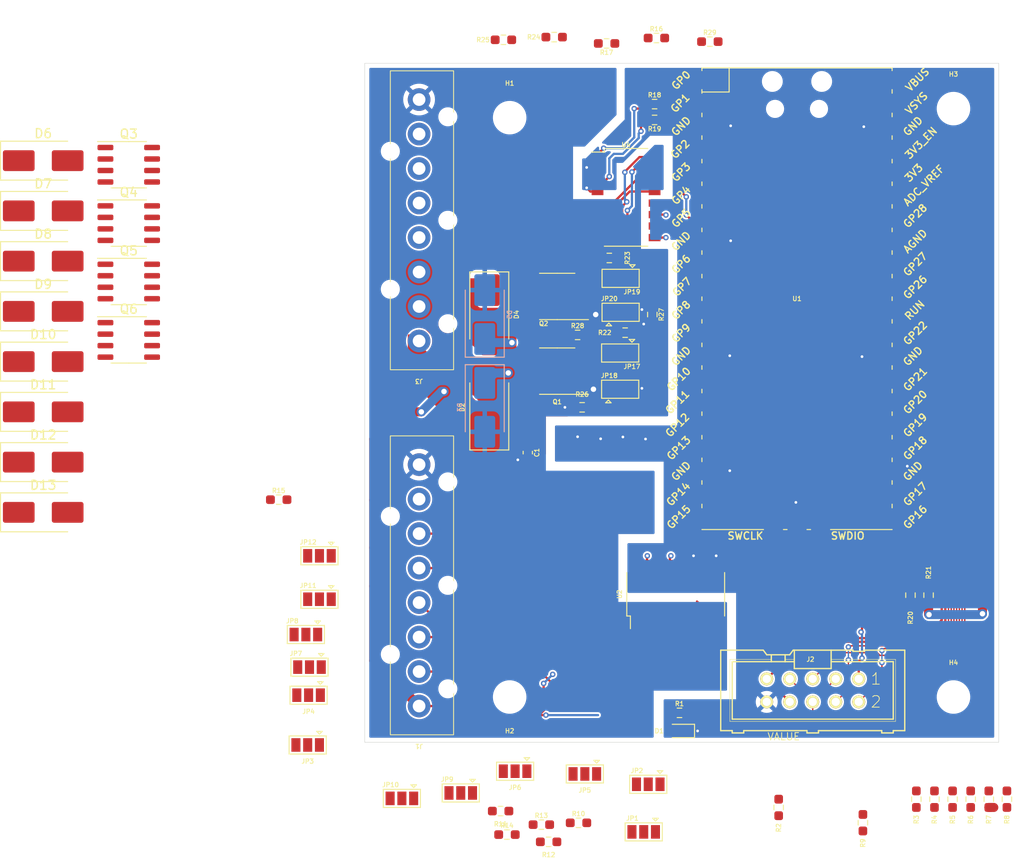
<source format=kicad_pcb>
(kicad_pcb (version 20221018) (generator pcbnew)
  (layers (0 "F.Cu" signal) (31 "B.Cu" signal) (34 "B.Paste" user) (35 "F.Paste" user) (36 "B.SilkS" user "B.Silkscreen") (37 "F.SilkS" user "F.Silkscreen") (38 "B.Mask" user) (39 "F.Mask" user) (44 "Edge.Cuts" user))
  (net 0 "")
  (net 1 "+24V")
  (net 2 "GNDA")
  (net 3 "GND")
  (net 4 "Net-(D1-A)")
  (net 5 "OUT1")
  (net 6 "OUT2")
  (net 7 "IN1")
  (net 8 "IN2")
  (net 9 "OUT3")
  (net 10 "OUT4")
  (net 11 "OUT5")
  (net 12 "OUT6")
  (net 13 "+3V3")
  (net 14 "SPI_CS")
  (net 15 "SPI_MOSI")
  (net 16 "SPI_MISO")
  (net 17 "SPI_CLK")
  (net 18 "I2C_SCL")
  (net 19 "I2C_SDA")
  (net 20 "UART_RX")
  (net 21 "UART_TX")
  (net 22 "unconnected-(J1-Pin_4-Pad4)")
  (net 23 "unconnected-(J1-Pin_5-Pad5)")
  (net 24 "unconnected-(J1-Pin_6-Pad6)")
  (net 26 "Net-(JP1-C)")
  (net 27 "Net-(JP2-C)")
  (net 28 "Net-(JP3-C)")
  (net 29 "Net-(JP4-C)")
  (net 30 "Net-(JP5-C)")
  (net 31 "Net-(JP6-C)")
  (net 32 "Net-(JP7-C)")
  (net 33 "Net-(JP8-C)")
  (net 34 "Net-(JP9-C)")
  (net 35 "Net-(JP10-C)")
  (net 36 "Net-(JP11-C)")
  (net 37 "Net-(JP12-C)")
  (net 38 "Net-(JP1-B)")
  (net 39 "Net-(JP2-A)")
  (net 40 "Net-(JP3-B)")
  (net 41 "Net-(JP4-A)")
  (net 42 "Net-(JP17-C)")
  (net 43 "Net-(JP17-B)")
  (net 44 "Net-(JP18-A)")
  (net 45 "Net-(JP18-C)")
  (net 46 "Net-(JP19-C)")
  (net 47 "Net-(JP19-B)")
  (net 48 "Net-(JP20-A)")
  (net 49 "Net-(JP20-C)")
  (net 50 "Net-(JP5-B)")
  (net 51 "Net-(JP6-A)")
  (net 52 "Net-(JP7-B)")
  (net 53 "Net-(JP8-A)")
  (net 54 "O_LED")
  (net 55 "S_IN1")
  (net 56 "S_IN2")
  (net 57 "S_OUT3")
  (net 58 "Net-(R2-Pad2)")
  (net 59 "S_OUT4")
  (net 60 "Net-(R3-Pad2)")
  (net 61 "Net-(R4-Pad1)")
  (net 62 "Net-(R5-Pad1)")
  (net 63 "S_OUT5")
  (net 64 "Net-(R10-Pad2)")
  (net 65 "Net-(R12-Pad1)")
  (net 66 "Net-(R13-Pad1)")
  (net 67 "S_OUT6")
  (net 68 "Net-(R11-Pad2)")
  (net 69 "unconnected-(U1-GPIO10-Pad14)")
  (net 70 "unconnected-(U1-GPIO11-Pad15)")
  (net 71 "S_OUT1")
  (net 72 "Net-(R18-Pad2)")
  (net 73 "S_OUT2")
  (net 74 "Net-(R19-Pad2)")
  (net 76 "unconnected-(U1-GPIO13-Pad17)")
  (net 77 "Net-(R22-Pad1)")
  (net 78 "Net-(R23-Pad1)")
  (net 79 "Net-(R24-Pad1)")
  (net 80 "Net-(R25-Pad1)")
  (footprint "Resistor_SMD:R_0603_1608Metric_Pad0.98x0.95mm_HandSolder" (layer "F.Cu") (at 168.9 144.2875 90)
    (fp_text reference "R3")
    (fp_text value "470")
  )
  (footprint "Diode_SMD:D_SMB_Handsoldering" (layer "F.Cu") (at 72.5 112.6)
    (fp_text reference "D13")
    (fp_text value "MBRS240")
  )
  (footprint "Resistor_SMD:R_0603_1608Metric_Pad0.98x0.95mm_HandSolder" (layer "F.Cu") (at 136.75 92.75 180)
    (fp_text reference "R22")
    (fp_text value "47k")
  )
  (footprint "Diode_SMD:D_SMB_Handsoldering" (layer "F.Cu") (at 72.5 84.85)
    (fp_text reference "D8")
    (fp_text value "MBRS240")
  )
  (footprint "Resistor_SMD:R_0603_1608Metric_Pad0.98x0.95mm_HandSolder" (layer "F.Cu") (at 132 101)
    (fp_text reference "R26")
    (fp_text value "47k")
  )
  (footprint "MountingHole:MountingHole_3.2mm_M3_DIN965" (layer "F.Cu") (at 173 133)
    (fp_text reference "H4")
    (fp_text value "MountingHole")
  )
  (footprint "con-harting-ml:con-harting-ml-ML10" (layer "F.Cu") (at 157.46 132.27 180)
    (fp_text reference "J2")
    (fp_text value "Conn_02x05_Odd_Even" hide)
  )
  (footprint "Diode_SMD:D_SMB_Handsoldering" (layer "F.Cu") (at 72.5 107.05)
    (fp_text reference "D12")
    (fp_text value "MBRS240")
  )
  (footprint "Resistor_SMD:R_0603_1608Metric_Pad0.98x0.95mm_HandSolder" (layer "F.Cu") (at 142.75 134.75)
    (fp_text reference "R1")
    (fp_text value "470")
  )
  (footprint "Jumper:SolderJumper-3_P1.3mm_Open_Pad1.0x1.5mm" (layer "F.Cu") (at 138.8 147.9 180)
    (fp_text reference "JP1")
    (fp_text value "SolderJumper_3_Open")
  )
  (footprint "Resistor_SMD:R_0603_1608Metric_Pad0.98x0.95mm_HandSolder" (layer "F.Cu") (at 170.9 144.2875 90)
    (fp_text reference "R4")
    (fp_text value "47k")
  )
  (footprint "Package_SO:SO-8_3.9x4.9mm_P1.27mm" (layer "F.Cu") (at 129.25 97 180)
    (fp_text reference "Q1")
    (fp_text value "IRF7343")
  )
  (footprint "Resistor_SMD:R_0603_1608Metric_Pad0.98x0.95mm_HandSolder" (layer "F.Cu") (at 98.5 111.2 180)
    (fp_text reference "R15")
    (fp_text value "47k")
  )
  (footprint "Resistor_SMD:R_0603_1608Metric_Pad0.98x0.95mm_HandSolder" (layer "F.Cu") (at 140.2 60.2 180)
    (fp_text reference "R16")
    (fp_text value "47k")
  )
  (footprint "Package_SO:SO-8_3.9x4.9mm_P1.27mm" (layer "F.Cu") (at 129.25 88.75 180)
    (fp_text reference "Q2")
    (fp_text value "IRF7343")
  )
  (footprint "MountingHole:MountingHole_3.2mm_M3_DIN965" (layer "F.Cu") (at 124 69)
    (fp_text reference "H1")
    (fp_text value "MountingHole")
  )
  (footprint "Package_SO:SOP-16_4.4x10.4mm_P1.27mm" (layer "F.Cu") (at 142.33 121.65 90)
    (fp_text reference "U2")
    (fp_text value "LTV-247")
  )
  (footprint "Resistor_SMD:R_0603_1608Metric_Pad0.98x0.95mm_HandSolder" (layer "F.Cu") (at 139.75 90.75 90)
    (fp_text reference "R27")
    (fp_text value "47k")
  )
  (footprint "Diode_SMD:D_SMB_Handsoldering" (layer "F.Cu") (at 72.5 90.4)
    (fp_text reference "D9")
    (fp_text value "MBRS240")
  )
  (footprint "Resistor_SMD:R_0603_1608Metric_Pad0.98x0.95mm_HandSolder" (layer "F.Cu") (at 128.9125 60.1 180)
    (fp_text reference "R24")
    (fp_text value "4k7")
  )
  (footprint "Jumper:SolderJumper-3_P1.3mm_Open_Pad1.0x1.5mm" (layer "F.Cu") (at 101.5 126.1 180)
    (fp_text reference "JP8")
    (fp_text value "SolderJumper_3_Open")
  )
  (footprint "Resistor_SMD:R_0603_1608Metric_Pad0.98x0.95mm_HandSolder" (layer "F.Cu") (at 123.3125 60.4 180)
    (fp_text reference "R25")
    (fp_text value "4k7")
  )
  (footprint "Resistor_SMD:R_0603_1608Metric_Pad0.98x0.95mm_HandSolder" (layer "F.Cu") (at 134.7 60.8 180)
    (fp_text reference "R17")
    (fp_text value "47k")
  )
  (footprint "Resistor_SMD:R_0603_1608Metric_Pad0.98x0.95mm_HandSolder" (layer "F.Cu") (at 135 84.5)
    (fp_text reference "R23")
    (fp_text value "47k")
  )
  (footprint "Resistor_SMD:R_0603_1608Metric_Pad0.98x0.95mm_HandSolder" (layer "F.Cu") (at 172.9 144.2875 90)
    (fp_text reference "R5")
    (fp_text value "47k")
  )
  (footprint "Diode_SMD:D_SMB_Handsoldering" (layer "F.Cu") (at 121.75 101 90)
    (fp_text reference "D2")
    (fp_text value "MBRS240")
  )
  (footprint "Diode_SMD:D_SMB_Handsoldering" (layer "F.Cu") (at 72.5 95.95)
    (fp_text reference "D10")
    (fp_text value "MBRS240")
  )
  (footprint "Package_SO:SO-8_3.9x4.9mm_P1.27mm" (layer "F.Cu") (at 81.945 87.1)
    (fp_text reference "Q5")
    (fp_text value "IRF7343")
  )
  (footprint "Jumper:SolderJumper-3_P1.3mm_Open_Pad1.0x1.5mm" (layer "F.Cu") (at 136.2 99)
    (fp_text reference "JP18")
    (fp_text value "SolderJumper_3_Open")
  )
  (footprint "Resistor_SMD:R_0603_1608Metric_Pad0.98x0.95mm_HandSolder" (layer "F.Cu") (at 140 67.5 180)
    (fp_text reference "R18")
    (fp_text value "470")
  )
  (footprint "cc_con-lst:LSA-IDC381-8" (layer "F.Cu") (at 114 93.67 180)
    (fp_text reference "J3")
    (fp_text value "Conn_01x08")
  )
  (footprint "Resistor_SMD:R_0603_1608Metric_Pad0.98x0.95mm_HandSolder" (layer "F.Cu") (at 123.7 148.2 180)
    (fp_text reference "R14")
    (fp_text value "47k")
  )
  (footprint "Diode_SMD:D_SMB_Handsoldering" (layer "F.Cu") (at 72.5 79.3)
    (fp_text reference "D7")
    (fp_text value "MBRS240")
  )
  (footprint "Resistor_SMD:R_0603_1608Metric_Pad0.98x0.95mm_HandSolder" (layer "F.Cu") (at 123 145.6 180)
    (fp_text reference "R11")
    (fp_text value "470")
  )
  (footprint "Package_SO:SO-8_3.9x4.9mm_P1.27mm" (layer "F.Cu") (at 81.945 74.2)
    (fp_text reference "Q3")
    (fp_text value "IRF7343")
  )
  (footprint "MountingHole:MountingHole_3.2mm_M3_DIN965" (layer "F.Cu") (at 124 133)
    (fp_text reference "H2")
    (fp_text value "MountingHole")
  )
  (footprint "Resistor_SMD:R_0603_1608Metric_Pad0.98x0.95mm_HandSolder" (layer "F.Cu") (at 153.7 145.2 90)
    (fp_text reference "R2")
    (fp_text value "470")
  )
  (footprint "Resistor_SMD:R_0603_1608Metric_Pad0.98x0.95mm_HandSolder" (layer "F.Cu") (at 178.9 144.2875 90)
    (fp_text reference "R8")
    (fp_text value "47k")
  )
  (footprint "Diode_SMD:D_SMB_Handsoldering" (layer "F.Cu") (at 72.5 101.5)
    (fp_text reference "D11")
    (fp_text value "MBRS240")
  )
  (footprint "Jumper:SolderJumper-3_P1.3mm_Open_Pad1.0x1.5mm" (layer "F.Cu") (at 132.3 141.5 180)
    (fp_text reference "JP5")
    (fp_text value "SolderJumper_3_Open")
  )
  (footprint "Jumper:SolderJumper-3_P1.3mm_Open_Pad1.0x1.5mm" (layer "F.Cu") (at 136.25 86.75 180)
    (fp_text reference "JP19")
    (fp_text value "SolderJumper_3_Open")
  )
  (footprint "LED_SMD:LED_0603_1608Metric_Pad1.05x0.95mm_HandSolder" (layer "F.Cu") (at 142.75 136.75 180)
    (fp_text reference "D1")
    (fp_text value "LED")
  )
  (footprint "Resistor_SMD:R_0603_1608Metric_Pad0.98x0.95mm_HandSolder" (layer "F.Cu") (at 131.6 146.9 180)
    (fp_text reference "R10")
    (fp_text value "470")
  )
  (footprint "Resistor_SMD:R_0603_1608Metric_Pad0.98x0.95mm_HandSolder" (layer "F.Cu") (at 163 146.8875 90)
    (fp_text reference "R9")
    (fp_text value "47k")
  )
  (footprint "Resistor_SMD:R_0603_1608Metric_Pad0.98x0.95mm_HandSolder" (layer "F.Cu") (at 168.25 121.75 90)
    (fp_text reference "R20")
    (fp_text value "10k")
  )
  (footprint "Capacitor_SMD:C_0603_1608Metric_Pad1.08x0.95mm_HandSolder" (layer "F.Cu") (at 126 106 -90)
    (fp_text reference "C1")
    (fp_text value "100n/50V")
  )
  (footprint "Diode_SMD:D_SMB_Handsoldering" (layer "F.Cu") (at 72.5 73.75)
    (fp_text reference "D6")
    (fp_text value "MBRS240")
  )
  (footprint "cc_con-lst:LSA-IDC381-8" (layer "F.Cu") (at 114 134 180)
    (fp_text reference "J1")
    (fp_text value "Conn_01x08")
  )
  (footprint "MountingHole:MountingHole_3.2mm_M3_DIN965" (layer "F.Cu") (at 173 68)
    (fp_text reference "H3")
    (fp_text value "MountingHole")
  )
  (footprint "Jumper:SolderJumper-3_P1.3mm_Open_Pad1.0x1.5mm" (layer "F.Cu") (at 101.7 138.3 180)
    (fp_text reference "JP3")
    (fp_text value "SolderJumper_3_Open")
  )
  (footprint "Package_SO:SOP-16_4.4x10.4mm_P1.27mm" (layer "F.Cu") (at 136.85 77.8)
    (fp_text reference "U4")
    (fp_text value "LTV-247")
  )
  (footprint "Resistor_SMD:R_0603_1608Metric_Pad0.98x0.95mm_HandSolder" (layer "F.Cu") (at 127.5 147.1 180)
    (fp_text reference "R13")
    (fp_text value "47k")
  )
  (footprint "Jumper:SolderJumper-3_P1.3mm_Open_Pad1.0x1.5mm" (layer "F.Cu") (at 136.25 90.5)
    (fp_text reference "JP20")
    (fp_text value "SolderJumper_3_Open")
  )
  (footprint "Package_SO:SO-8_3.9x4.9mm_P1.27mm" (layer "F.Cu") (at 81.945 80.65)
    (fp_text reference "Q4")
    (fp_text value "IRF7343")
  )
  (footprint "Resistor_SMD:R_0603_1608Metric_Pad0.98x0.95mm_HandSolder" (layer "F.Cu") (at 140 69.25 180)
    (fp_text reference "R19")
    (fp_text value "470")
  )
  (footprint "Jumper:SolderJumper-3_P1.3mm_Open_Pad1.0x1.5mm" (layer "F.Cu") (at 101.8 132.8 180)
    (fp_text reference "JP4")
    (fp_text value "SolderJumper_3_Open")
  )
  (footprint "Package_SO:SO-8_3.9x4.9mm_P1.27mm" (layer "F.Cu") (at 81.945 93.55)
    (fp_text reference "Q6")
    (fp_text value "IRF7343")
  )
  (footprint "Resistor_SMD:R_0603_1608Metric_Pad0.98x0.95mm_HandSolder" (layer "F.Cu") (at 128.3 149 180)
    (fp_text reference "R12")
    (fp_text value "47k")
  )
  (footprint "Jumper:SolderJumper-3_P1.3mm_Open_Pad1.0x1.5mm" (layer "F.Cu") (at 103 117.4 180)
    (fp_text reference "JP12")
    (fp_text value "SolderJumper_3_Open")
  )
  (footprint "Jumper:SolderJumper-3_P1.3mm_Open_Pad1.0x1.5mm" (layer "F.Cu") (at 101.9 129.7 180)
    (fp_text reference "JP7")
    (fp_text value "SolderJumper_3_Open")
  )
  (footprint "Resistor_SMD:R_0603_1608Metric_Pad0.98x0.95mm_HandSolder" (layer "F.Cu") (at 174.9 144.2875 90)
    (fp_text reference "R6")
    (fp_text value "47k")
  )
  (footprint "Jumper:SolderJumper-3_P1.3mm_Open_Pad1.0x1.5mm" (layer "F.Cu") (at 118.6 143.6 180)
    (fp_text reference "JP9")
    (fp_text value "SolderJumper_3_Open")
  )
  (footprint "Resistor_SMD:R_0603_1608Metric_Pad0.98x0.95mm_HandSolder" (layer "F.Cu") (at 170.25 121.75 90)
    (fp_text reference "R21")
    (fp_text value "10k")
  )
  (footprint "Jumper:SolderJumper-3_P1.3mm_Open_Pad1.0x1.5mm" (layer "F.Cu") (at 136.2 95 180)
    (fp_text reference "JP17")
    (fp_text value "SolderJumper_3_Open")
  )
  (footprint "Jumper:SolderJumper-3_P1.3mm_Open_Pad1.0x1.5mm" (layer "F.Cu") (at 139.3 142.6425 180)
    (fp_text reference "JP2")
    (fp_text value "SolderJumper_3_Open")
  )
  (footprint "Jumper:SolderJumper-3_P1.3mm_Open_Pad1.0x1.5mm" (layer "F.Cu") (at 124.6 141.2 180)
    (fp_text reference "JP6")
    (fp_text value "SolderJumper_3_Open")
  )
  (footprint "Resistor_SMD:R_0603_1608Metric_Pad0.98x0.95mm_HandSolder" (layer "F.Cu") (at 131.5 93 180)
    (fp_text reference "R28")
    (fp_text value "47k")
  )
  (footprint "Jumper:SolderJumper-3_P1.3mm_Open_Pad1.0x1.5mm" (layer "F.Cu") (at 103 122.2 180)
    (fp_text reference "JP11")
    (fp_text value "SolderJumper_3_Open")
  )
  (footprint "Diode_SMD:D_SMB_Handsoldering" (layer "F.Cu") (at 121.75 90.75 -90)
    (fp_text reference "D4")
    (fp_text value "MBRS240")
  )
  (footprint "Resistor_SMD:R_0603_1608Metric_Pad0.98x0.95mm_HandSolder" (layer "F.Cu") (at 146.1 60.6 180)
    (fp_text reference "R29")
    (fp_text value "47k")
  )
  (footprint "rpi-pico:RPi_Pico_SMDonly" (layer "F.Cu") (at 155.725 89)
    (fp_text reference "U1")
    (fp_text value "Pico")
  )
  (footprint "Resistor_SMD:R_0603_1608Metric_Pad0.98x0.95mm_HandSolder" (layer "F.Cu") (at 176.9 144.2875 90)
    (fp_text reference "R7")
    (fp_text value "47k")
  )
  (footprint "Jumper:SolderJumper-3_P1.3mm_Open_Pad1.0x1.5mm" (layer "F.Cu") (at 112.1 144.2 180)
    (fp_text reference "JP10")
    (fp_text value "SolderJumper_3_Open")
  )
  (footprint "Diode_SMD:D_SMB_Handsoldering" (layer "B.Cu") (at 121.25 101 -90)
    (fp_text reference "D3")
    (fp_text value "MBRS240")
  )
  (footprint "Diode_SMD:D_SMB_Handsoldering" (layer "B.Cu") (at 121.25 90.75 90)
    (fp_text reference "D5")
    (fp_text value "MBRS240")
  )
  (gr_line (start 108 138) (end 108 63) (stroke (width 0.05)) (layer "Edge.Cuts"))
  (gr_line (start 108 63) (end 178 63) (stroke (width 0.05)) (layer "Edge.Cuts"))
  (gr_line (start 178 138) (end 108 138) (stroke (width 0.05)) (layer "Edge.Cuts"))
  (gr_line (start 178 63) (end 178 138) (stroke (width 0.05)) (layer "Edge.Cuts"))
  (segment (start 121.75 103.25) (end 121.75 103.7) (width 1) (layer "F.Cu") (net 1))
  (segment (start 122 122.75) (end 117 122.75) (width 0.25) (layer "F.Cu") (net 1))
  (segment (start 117 122.75) (end 115 120.75) (width 0.25) (layer "F.Cu") (net 1))
  (segment (start 109 129) (end 109 120.75) (width 1) (layer "F.Cu") (net 1))
  (segment (start 128 135) (end 127.5 135) (width 0.25) (layer "F.Cu") (net 1))
  (segment (start 122.3 129.5) (end 116.75 129.5) (width 0.25) (layer "F.Cu") (net 1))
  (segment (start 131.825 88.115) (end 136.685 88.115) (width 0.25) (layer "F.Cu") (net 1))
  (segment (start 115.25 116.5) (end 115 116.75) (width 0.25) (layer "F.Cu") (net 1))
  (segment (start 117.25 98.75) (end 121.75 103.25) (width 1) (layer "F.Cu") (net 1))
  (segment (start 125.75 136.5) (end 119 136.5) (width 0.25) (layer "F.Cu") (net 1))
  (segment (start 115.75 128.5) (end 113 128.5) (width 0.25) (layer "F.Cu") (net 1))
  (segment (start 131.825 96.365) (end 137.135 96.365) (width 0.25) (layer "F.Cu") (net 1))
  (segment (start 110.75 130.75) (end 109 129) (width 1) (layer "F.Cu") (net 1))
  (segment (start 113 128.5) (end 110.75 130.75) (width 0.25) (layer "F.Cu") (net 1))
  (segment (start 109 116.5) (end 109 111.25) (width 1) (layer "F.Cu") (net 1))
  (segment (start 109 120.75) (end 109 116.5) (width 1) (layer "F.Cu") (net 1))
  (segment (start 116.5 134) (end 114 134) (width 0.25) (layer "F.Cu") (net 1))
  (segment (start 114 134) (end 110.75 130.75) (width 1) (layer "F.Cu") (net 1))
  (segment (start 127.5 135) (end 127.375 134.875) (width 0.25) (layer "F.Cu") (net 1))
  (segment (start 136.685 88.115) (end 137.55 87.25) (width 0.25) (layer "F.Cu") (net 1))
  (segment (start 112 101.5) (end 114.25 101.5) (width 1) (layer "F.Cu") (net 1))
  (segment (start 127.375 134.875) (end 125.75 136.5) (width 0.25) (layer "F.Cu") (net 1))
  (segment (start 114 95.5) (end 117.25 98.75) (width 1) (layer "F.Cu") (net 1))
  (segment (start 119 136.5) (end 116.5 134) (width 0.25) (layer "F.Cu") (net 1))
  (segment (start 115 116.75) (end 109.25 116.75) (width 0.25) (layer "F.Cu") (net 1))
  (segment (start 117.25 98.75) (end 116.75 99.25) (width 1) (layer "F.Cu") (net 1))
  (segment (start 122.8 129) (end 122.3 129.5) (width 0.25) (layer "F.Cu") (net 1))
  (segment (start 122.8 128) (end 122.8 129) (width 0.25) (layer "F.Cu") (net 1))
  (segment (start 137.5 96) (end 137.5 95) (width 0.25) (layer "F.Cu") (net 1))
  (segment (start 116.75 129.5) (end 115.75 128.5) (width 0.25) (layer "F.Cu") (net 1))
  (segment (start 137.135 96.365) (end 137.5 96) (width 0.25) (layer "F.Cu") (net 1))
  (segment (start 109 111.25) (end 109 104.5) (width 1) (layer "F.Cu") (net 1))
  (segment (start 115 120.75) (end 109 120.75) (width 0.25) (layer "F.Cu") (net 1))
  (segment (start 109.25 116.75) (end 109 116.5) (width 0.25) (layer "F.Cu") (net 1))
  (segment (start 137.55 87.25) (end 137.55 86.75) (width 0.25) (layer "F.Cu") (net 1))
  (segment (start 127.75 134.5) (end 127.375 134.875) (width 0.25) (layer "F.Cu") (net 1))
  (segment (start 114 93.67) (end 114 95.5) (width 1) (layer "F.Cu") (net 1))
  (segment (start 127.75 131.5) (end 127.75 134.5) (width 0.25) (layer "F.Cu") (net 1))
  (segment (start 109 104.5) (end 112 101.5) (width 1) (layer "F.Cu") (net 1))
  (via (at 127.75 131.5) (size 0.6) (drill 0.3) (layers "F.Cu" "B.Cu") (net 1))
  (via (at 116.75 99.25) (size 1) (drill 0.6) (layers "F.Cu" "B.Cu") (net 1))
  (via (at 128.75 130.5) (size 0.6) (drill 0.3) (layers "F.Cu" "B.Cu") (net 1))
  (via (at 128 135) (size 0.6) (drill 0.3) (layers "F.Cu" "B.Cu") (net 1))
  (via (at 114.25 101.5) (size 1) (drill 0.6) (layers "F.Cu" "B.Cu") (net 1))
  (segment (start 116.5 99.25) (end 114.25 101.5) (width 1) (layer "B.Cu") (net 1))
  (segment (start 128.75 130.5) (end 127.75 131.5) (width 0.25) (layer "B.Cu") (net 1))
  (segment (start 133.75 135) (end 128 135) (width 0.25) (layer "B.Cu") (net 1))
  (segment (start 116.75 99.25) (end 116.5 99.25) (width 1) (layer "B.Cu") (net 1))
  (segment (start 137.5 99) (end 138.5 99) (width 0.25) (layer "F.Cu") (net 2))
  (segment (start 131.0875 101) (end 130.1 101) (width 0.25) (layer "F.Cu") (net 2))
  (segment (start 126 106.8625) (end 124.9625 106.8625) (width 0.25) (layer "F.Cu") (net 2))
  (segment (start 139.75 91.6625) (end 138.9375 91.6625) (width 0.25) (layer "F.Cu") (net 2))
  (segment (start 176.9 145.2) (end 177.45 145.2) (width 1) (layer "F.Cu") (net 2))
  (segment (start 133.155 98.905) (end 133.25 99) (width 1) (layer "F.Cu") (net 2))
  (segment (start 138.3 90.5) (end 138.6 90.2) (width 0.25) (layer "F.Cu") (net 2))
  (segment (start 137.55 90.5) (end 138.3 90.5) (width 0.25) (layer "F.Cu") (net 2))
  (segment (start 138.9375 91.6625) (end 138.8 91.8) (width 0.25) (layer "F.Cu") (net 2))
  (segment (start 138.5 99) (end 138.6 98.9) (width 0.25) (layer "F.Cu") (net 2))
  (segment (start 131.825 90.655) (end 133.405 90.655) (width 1) (layer "F.Cu") (net 2))
  (segment (start 124.9625 106.8625) (end 124.9 106.8) (width 0.25) (layer "F.Cu") (net 2))
  (segment (start 133.405 90.655) (end 133.5 90.75) (width 1) (layer "F.Cu") (net 2))
  (segment (start 131.825 98.905) (end 133.155 98.905) (width 1) (layer "F.Cu") (net 2))
  (segment (start 177.45 145.2) (end 177.55 145.3) (width 0.25) (layer "F.Cu") (net 2))
  (via (at 133.5 90.75) (size 1) (drill 0.6) (layers "F.Cu" "B.Cu") (net 2))
  (via (at 133.25 99) (size 1) (drill 0.6) (layers "F.Cu" "B.Cu") (net 2))
  (via (at 124.9 106.8) (size 0.6) (drill 0.3) (layers "F.Cu" "B.Cu") (net 2))
  (via (at 138.6 90.2) (size 0.6) (drill 0.3) (layers "F.Cu" "B.Cu") (net 2))
  (via (at 138.6 98.9) (size 0.6) (drill 0.3) (layers "F.Cu" "B.Cu") (net 2))
  (via (at 138.8 91.8) (size 0.6) (drill 0.3) (layers "F.Cu" "B.Cu") (net 2))
  (via (at 130.1 101) (size 0.6) (drill 0.3) (layers "F.Cu" "B.Cu") (net 2))
  (segment (start 138.95 104.55) (end 139 104.5) (width 0.25) (layer "F.Cu") (net 3))
  (segment (start 133.86 105.35) (end 133.86 104.658528) (width 0.25) (layer "F.Cu") (net 3))
  (segment (start 146.835 82.65) (end 148.35 82.65) (width 0.25) (layer "F.Cu") (net 3))
  (segment (start 136.41 104.3645) (end 136.5 104.2745) (width 0.25) (layer "F.Cu") (net 3))
  (segment (start 133.7 74.63) (end 132.63 74.63) (width 0.25) (layer "F.Cu") (net 3))
  (segment (start 164.615 95.35) (end 162.95 95.35) (width 0.25) (layer "F.Cu") (net 3))
  (segment (start 155.725 111.625) (end 155.6 111.5) (width 0.25) (layer "F.Cu") (net 3))
  (segment (start 146.78 117.42) (end 146.8 117.4) (width 0.25) (layer "F.Cu") (net 3))
  (segment (start 148.35 82.65) (end 148.4 82.6) (width 0.25) (layer "F.Cu") (net 3))
  (segment (start 131.33 104.42) (end 131.5 104.25) (width 0.25) (layer "F.Cu") (net 3))
  (segment (start 162.95 95.35) (end 162.9 95.4) (width 0.25) (layer "F.Cu") (net 3))
  (segment (start 131.33 105.35) (end 131.33 104.42) (width 0.25) (layer "F.Cu") (net 3))
  (segment (start 146.835 108.05) (end 148.25 108.05) (width 0.25) (layer "F.Cu") (net 3))
  (segment (start 143.625 136.75) (end 144.75 136.75) (width 0.15) (layer "F.Cu") (net 3))
  (segment (start 136.41 105.35) (end 136.41 104.3645) (width 0.25) (layer "F.Cu") (net 3))
  (segment (start 132.91 77.16) (end 132.5 76.75) (width 0.25) (layer "F.Cu") (net 3))
  (segment (start 146.78 118.5) (end 146.78 117.42) (width 0.25) (layer "F.Cu") (net 3))
  (segment (start 163.15 69.95) (end 163.1 70) (width 0.25) (layer "F.Cu") (net 3))
  (segment (start 148.25 108.05) (end 148.3 108) (width 0.25) (layer "F.Cu") (net 3))
  (segment (start 148.25 95.35) (end 148.3 95.3) (width 0.25) (layer "F.Cu") (net 3))
  (segment (start 144.24 117.46) (end 144.3 117.4) (width 0.25) (layer "F.Cu") (net 3))
  (segment (start 155.725 112.9) (end 155.725 111.625) (width 0.25) (layer "F.Cu") (net 3))
  (segment (start 167.35 108.05) (end 167.9 107.5) (width 0.25) (layer "F.Cu") (net 3))
  (segment (start 133.7 77.16) (end 132.91 77.16) (width 0.25) (layer "F.Cu") (net 3))
  (segment (start 146.835 95.35) (end 148.25 95.35) (width 0.25) (layer "F.Cu") (net 3))
  (segment (start 148.35 69.95) (end 148.4 69.9) (width 0.25) (layer "F.Cu") (net 3))
  (segment (start 132.63 74.63) (end 132.5 74.5) (width 0.25) (layer "F.Cu") (net 3))
  (segment (start 146.835 69.95) (end 148.35 69.95) (width 0.25) (layer "F.Cu") (net 3))
  (segment (start 164.615 108.05) (end 167.35 108.05) (width 0.25) (layer "F.Cu") (net 3))
  (segment (start 138.95 105.35) (end 138.95 104.55) (width 0.25) (layer "F.Cu") (net 3))
  (segment (start 133.86 104.658528) (end 134.044028 104.4745) (width 0.25) (layer "F.Cu") (net 3))
  (segment (start 164.615 69.95) (end 163.15 69.95) (width 0.25) (layer "F.Cu") (net 3))
  (segment (start 144.24 118.5) (end 144.24 117.46) (width 0.25) (layer "F.Cu") (net 3))
  (via (at 132.5 76.75) (size 0.6) (drill 0.3) (layers "F.Cu" "B.Cu") (net 3))
  (via (at 148.4 82.6) (size 0.6) (drill 0.3) (layers "F.Cu" "B.Cu") (net 3))
  (via (at 155.6 111.5) (size 0.6) (drill 0.3) (layers "F.Cu" "B.Cu") (net 3))
  (via (at 148.3 108) (size 0.6) (drill 0.3) (layers "F.Cu" "B.Cu") (net 3))
  (via (at 146.8 117.4) (size 0.6) (drill 0.3) (layers "F.Cu" "B.Cu") (net 3))
  (via (at 131.5 104.25) (size 0.6) (drill 0.3) (layers "F.Cu" "B.Cu") (net 3))
  (via (at 139 104.5) (size 0.6) (drill 0.3) (layers "F.Cu" "B.Cu") (net 3))
  (via (at 162.9 95.4) (size 0.6) (drill 0.3) (layers "F.Cu" "B.Cu") (net 3))
  (via (at 148.4 69.9) (size 0.6) (drill 0.3) (layers "F.Cu" "B.Cu") (net 3))
  (via (at 132.5 74.5) (size 0.6) (drill 0.3) (layers "F.Cu" "B.Cu") (net 3))
  (via (at 163.1 70) (size 0.6) (drill 0.3) (layers "F.Cu" "B.Cu") (net 3))
  (via (at 167.9 107.5) (size 0.6) (drill 0.3) (layers "F.Cu" "B.Cu") (net 3))
  (via (at 144.75 136.75) (size 0.6) (drill 0.3) (layers "F.Cu" "B.Cu") (net 3))
  (via (at 134.044028 104.4745) (size 0.6) (drill 0.3) (layers "F.Cu" "B.Cu") (net 3))
  (via (at 136.5 104.2745) (size 0.6) (drill 0.3) (layers "F.Cu" "B.Cu") (net 3))
  (via (at 148.3 95.3) (size 0.6) (drill 0.3) (layers "F.Cu" "B.Cu") (net 3))
  (via (at 144.3 117.4) (size 0.6) (drill 0.3) (layers "F.Cu" "B.Cu") (net 3))
  (segment (start 141.8375 136.7125) (end 141.875 136.75) (width 0.15) (layer "F.Cu") (net 4))
  (segment (start 141.8375 134.75) (end 141.8375 136.7125) (width 0.15) (layer "F.Cu") (net 4))
  (segment (start 122.75 98.3) (end 123.85 97.2) (width 1) (layer "F.Cu") (net 5))
  (segment (start 126.675 97.635) (end 126.675 98.905) (width 1) (layer "F.Cu") (net 5))
  (segment (start 114 89.86) (end 114 90.982994) (width 1) (layer "F.Cu") (net 5))
  (segment (start 126.675 96.365) (end 126.675 97.635) (width 1) (layer "F.Cu") (net 5))
  (segment (start 122.355 98.905) (end 121.75 98.3) (width 1) (layer "F.Cu") (net 5))
  (segment (start 114 90.982994) (end 121.317006 98.3) (width 1) (layer "F.Cu") (net 5))
  (segment (start 121.317006 98.3) (end 121.75 98.3) (width 1) (layer "F.Cu") (net 5))
  (segment (start 126.675 98.905) (end 122.355 98.905) (width 1) (layer "F.Cu") (net 5))
  (segment (start 121.75 98.3) (end 122.75 98.3) (width 1) (layer "F.Cu") (net 5))
  (segment (start 126.675 95.095) (end 126.675 96.365) (width 1) (layer "F.Cu") (net 5))
  (via (at 123.85 97.2) (size 1) (drill 0.6) (layers "F.Cu" "B.Cu") (net 5))
  (segment (start 123.85 97.2) (end 122.35 97.2) (width 1) (layer "B.Cu") (net 5))
  (segment (start 122.35 97.2) (end 121.25 98.3) (width 1) (layer "B.Cu") (net 5))
  (segment (start 126.675 88.115) (end 126.675 89.385) (width 1) (layer "F.Cu") (net 6))
  (segment (start 121.75 93.45) (end 123.85 93.45) (width 1) (layer "F.Cu") (net 6))
  (segment (start 123.85 93.45) (end 124.25 93.85) (width 1) (layer "F.Cu") (net 6))
  (segment (start 121.4 93.45) (end 121.75 93.45) (width 1) (layer "F.Cu") (net 6))
  (segment (start 126.675 89.385) (end 126.675 90.655) (width 1) (layer "F.Cu") (net 6))
  (segment (start 126.675 86.845) (end 126.675 88.115) (width 1) (layer "F.Cu") (net 6))
  (segment (start 114 86.05) (end 121.4 93.45) (width 1) (layer "F.Cu") (net 6))
  (segment (start 126.675 90.655) (end 124.545 90.655) (width 1) (layer "F.Cu") (net 6))
  (segment (start 124.545 90.655) (end 121.75 93.45) (width 1) (layer "F.Cu") (net 6))
  (via (at 124.25 93.85) (size 1) (drill 0.6) (layers "F.Cu" "B.Cu") (net 6))
  (segment (start 124.25 93.85) (end 121.65 93.85) (width 1) (layer "B.Cu") (net 6))
  (segment (start 121.65 93.85) (end 121.25 93.45) (width 1) (layer "B.Cu") (net 6))
  (segment (start 114 130.19) (end 127.39 130.19) (width 0.25) (layer "F.Cu") (net 7))
  (segment (start 127.39 130.19) (end 129.7 132.5) (width 0.25) (layer "F.Cu") (net 7))
  (segment (start 114 126.38) (end 118.82 126.38) (width 0.25) (layer "F.Cu") (net 8))
  (segment (start 120.2 125) (end 120.2 128) (width 0.25) (layer "F.Cu") (net 8))
  (segment (start 118.82 126.38) (end 120.2 125) (width 0.25) (layer "F.Cu") (net 8))
  (segment (start 176.2 113.1) (end 175.7 112.6) (width 1) (layer "F.Cu") (net 13))
  (segment (start 170.25 123.85) (end 170.3 123.9) (width 1) (layer "F.Cu") (net 13))
  (segment (start 162.9 125.719245) (end 162.793745 125.8255) (width 0.25) (layer "F.Cu") (net 13))
  (segment (start 172.33 75.03) (end 164.615 75.03) (width 1) (layer "F.Cu") (net 13))
  (segment (start 162.54 129.06) (end 162.9 128.7) (width 0.25) (layer "F.Cu") (net 13))
  (segment (start 162.9 122.7625) (end 162.9 125.719245) (width 0.25) (layer "F.Cu") (net 13))
  (segment (start 170.25 122.6625) (end 170.25 123.85) (width 1) (layer "F.Cu") (net 13))
  (segment (start 162.54 131) (end 162.54 129.06) (width 0.25) (layer "F.Cu") (net 13))
  (segment (start 175.7 78.4) (end 172.33 75.03) (width 1) (layer "F.Cu") (net 13))
  (segment (start 175.7 112.6) (end 175.7 78.4) (width 1) (layer "F.Cu") (net 13))
  (segment (start 176.2 123.8) (end 176.2 113.1) (width 1) (layer "F.Cu") (net 13))
  (via (at 176.2 123.8) (size 1) (drill 0.6) (layers "F.Cu" "B.Cu") (net 13))
  (via (at 170.3 123.9) (size 1) (drill 0.6) (layers "F.Cu" "B.Cu") (net 13))
  (via (at 162.793745 125.8255) (size 0.6) (drill 0.3) (layers "F.Cu" "B.Cu") (net 13))
  (via (at 162.9 128.7) (size 0.6) (drill 0.3) (layers "F.Cu" "B.Cu") (net 13))
  (segment (start 176.1 123.9) (end 176.2 123.8) (width 1) (layer "B.Cu") (net 13))
  (segment (start 162.9 128.7) (end 162.9 125.931755) (width 0.25) (layer "B.Cu") (net 13))
  (segment (start 170.3 123.9) (end 176.1 123.9) (width 1) (layer "B.Cu") (net 13))
  (segment (start 162.9 125.931755) (end 162.793745 125.8255) (width 0.25) (layer "B.Cu") (net 13))
  (segment (start 170.034304 127.648503) (end 165.324999 127.648503) (width 0.15) (layer "F.Cu") (net 14))
  (segment (start 164.615 110.59) (end 171.49 110.59) (width 0.15) (layer "F.Cu") (net 14))
  (segment (start 172.7 111.8) (end 172.7 116.682173) (width 0.15) (layer "F.Cu") (net 14))
  (segment (start 171.49 110.59) (end 172.7 111.8) (width 0.15) (layer "F.Cu") (net 14))
  (segment (start 165.1 129.2) (end 165.1 130.98) (width 0.15) (layer "F.Cu") (net 14))
  (segment (start 165.324999 127.648503) (end 165.1 127.873502) (width 0.15) (layer "F.Cu") (net 14))
  (segment (start 165.1 130.98) (end 162.54 133.54) (width 0.15) (layer "F.Cu") (net 14))
  (segment (start 172.749003 116.731177) (end 172.749003 124.933804) (width 0.15) (layer "F.Cu") (net 14))
  (segment (start 172.7 116.682173) (end 172.749003 116.731177) (width 0.15) (layer "F.Cu") (net 14))
  (segment (start 172.749003 124.933804) (end 170.034304 127.648503) (width 0.15) (layer "F.Cu") (net 14))
  (via (at 165.1 127.873502) (size 0.6) (drill 0.3) (layers "F.Cu" "B.Cu") (net 14))
  (via (at 165.1 129.2) (size 0.6) (drill 0.3) (layers "F.Cu" "B.Cu") (net 14))
  (segment (start 165.1 129.2) (end 165.1 127.873502) (width 0.15) (layer "B.Cu") (net 14))
  (segment (start 173.348007 116.483067) (end 173.348007 126.551993) (width 0.15) (layer "F.Cu") (net 15))
  (segment (start 164.615 102.97) (end 172.77 102.97) (width 0.15) (layer "F.Cu") (net 15))
  (segment (start 173.3 103.5) (end 173.3 116.435059) (width 0.15) (layer "F.Cu") (net 15))
  (segment (start 164.4 135.5) (end 159.6 135.5) (width 0.15) (layer "F.Cu") (net 15))
  (segment (start 172.77 102.97) (end 173.3 103.5) (width 0.15) (layer "F.Cu") (net 15))
  (segment (start 173.3 116.435059) (end 173.348007 116.483067) (width 0.15) (layer "F.Cu") (net 15))
  (segment (start 158.9 134.8) (end 158.9 132.1) (width 0.15) (layer "F.Cu") (net 15))
  (segment (start 173.348007 126.551993) (end 164.4 135.5) (width 0.15) (layer "F.Cu") (net 15))
  (segment (start 159.6 135.5) (end 158.9 134.8) (width 0.15) (layer "F.Cu") (net 15))
  (segment (start 158.9 132.1) (end 160 131) (width 0.15) (layer "F.Cu") (net 15))
  (segment (start 161.4 132.14) (end 160 133.54) (width 0.15) (layer "F.Cu") (net 16))
  (segment (start 169.910247 127.349002) (end 161.524999 127.349002) (width 0.15) (layer "F.Cu") (net 16))
  (segment (start 172.449501 124.809749) (end 169.910247 127.349002) (width 0.15) (layer "F.Cu") (net 16))
  (segment (start 168.724269 113.13) (end 172.449501 116.855232) (width 0.15) (layer "F.Cu") (net 16))
  (segment (start 164.615 113.13) (end 168.724269 113.13) (width 0.15) (layer "F.Cu") (net 16))
  (segment (start 172.449501 116.855232) (end 172.449501 124.809749) (width 0.15) (layer "F.Cu") (net 16))
  (segment (start 161.4 128.9) (end 161.4 132.14) (width 0.15) (layer "F.Cu") (net 16))
  (segment (start 161.524999 127.349002) (end 161.4 127.474001) (width 0.15) (layer "F.Cu") (net 16))
  (via (at 161.4 127.474001) (size 0.6) (drill 0.3) (layers "F.Cu" "B.Cu") (net 16))
  (via (at 161.4 128.9) (size 0.6) (drill 0.3) (layers "F.Cu" "B.Cu") (net 16))
  (segment (start 161.4 128.9) (end 161.4 127.474001) (width 0.15) (layer "B.Cu") (net 16))
  (segment (start 172.11 105.51) (end 173 106.4) (width 0.15) (layer "F.Cu") (net 17))
  (segment (start 170.701998 128.398002) (end 164.882744 128.398002) (width 0.15) (layer "F.Cu") (net 17))
  (segment (start 164.615 105.51) (end 172.11 105.51) (width 0.15) (layer "F.Cu") (net 17))
  (segment (start 164.882744 128.398002) (end 164.584742 128.1) (width 0.15) (layer "F.Cu") (net 17))
  (segment (start 173.048505 126.051495) (end 170.701998 128.398002) (width 0.15) (layer "F.Cu") (net 17))
  (segment (start 173 116.558616) (end 173.048505 116.607122) (width 0.15) (layer "F.Cu") (net 17))
  (segment (start 164.584742 128.1) (end 160.36 128.1) (width 0.15) (layer "F.Cu") (net 17))
  (segment (start 173 106.4) (end 173 116.558616) (width 0.15) (layer "F.Cu") (net 17))
  (segment (start 160.36 128.1) (end 157.46 131) (width 0.15) (layer "F.Cu") (net 17))
  (segment (start 173.048505 116.607122) (end 173.048505 126.051495) (width 0.15) (layer "F.Cu") (net 17))
  (segment (start 157.46 134.545788) (end 157.46 133.54) (width 0.15) (layer "F.Cu") (net 18))
  (segment (start 173.947011 116.234957) (end 173.947011 126.800105) (width 0.15) (layer "F.Cu") (net 18))
  (segment (start 173.899002 116.186947) (end 173.947011 116.234957) (width 0.15) (layer "F.Cu") (net 18))
  (segment (start 164.548114 136.199002) (end 159.113214 136.199002) (width 0.15) (layer "F.Cu") (net 18))
  (segment (start 159.113214 136.199002) (end 157.46 134.545788) (width 0.15) (layer "F.Cu") (net 18))
  (segment (start 171.69 97.89) (end 173.899002 100.099002) (width 0.15) (layer "F.Cu") (net 18))
  (segment (start 164.615 97.89) (end 171.69 97.89) (width 0.15) (layer "F.Cu") (net 18))
  (segment (start 173.899002 100.099002) (end 173.899002 116.186947) (width 0.15) (layer "F.Cu") (net 18))
  (segment (start 173.947011 126.800105) (end 164.548114 136.199002) (width 0.15) (layer "F.Cu") (net 18))
  (segment (start 164.615 100.43) (end 172.23 100.43) (width 0.15) (layer "F.Cu") (net 19))
  (segment (start 156.32 132.4) (end 154.92 131) (width 0.15) (layer "F.Cu") (net 19))
  (segment (start 158.600499 134.924057) (end 158.600499 132.800499) (width 0.15) (layer "F.Cu") (net 19))
  (segment (start 173.599501 116.311003) (end 173.647509 116.359012) (width 0.15) (layer "F.Cu") (net 19))
  (segment (start 158.2 132.4) (end 156.32 132.4) (width 0.15) (layer "F.Cu") (net 19))
  (segment (start 158.600499 132.800499) (end 158.2 132.4) (width 0.15) (layer "F.Cu") (net 19))
  (segment (start 164.524057 135.799501) (end 159.475943 135.799501) (width 0.15) (layer "F.Cu") (net 19))
  (segment (start 172.23 100.43) (end 173.599501 101.799501) (width 0.15) (layer "F.Cu") (net 19))
  (segment (start 173.647509 126.676049) (end 164.524057 135.799501) (width 0.15) (layer "F.Cu") (net 19))
  (segment (start 173.647509 116.359012) (end 173.647509 126.676049) (width 0.15) (layer "F.Cu") (net 19))
  (segment (start 159.475943 135.799501) (end 158.600499 134.924057) (width 0.15) (layer "F.Cu") (net 19))
  (segment (start 173.599501 101.799501) (end 173.599501 116.311003) (width 0.15) (layer "F.Cu") (net 19))
  (segment (start 151.3 132.1) (end 153.48 132.1) (width 0.25) (layer "F.Cu") (net 20))
  (segment (start 171.7 124.5) (end 169.7 126.5) (width 0.25) (layer "F.Cu") (net 20))
  (segment (start 164.2 115.8) (end 170.3 115.8) (width 0.25) (layer "F.Cu") (net 20))
  (segment (start 162.7 114.3) (end 164.2 115.8) (width 0.25) (layer "F.Cu") (net 20))
  (segment (start 150.9 130.3) (end 150.9 131.7) (width 0.25) (layer "F.Cu") (net 20))
  (segment (start 162.7 104) (end 162.7 114.3) (width 0.25) (layer "F.Cu") (net 20))
  (segment (start 161.4 102.7) (end 162.7 104) (width 0.25) (layer "F.Cu") (net 20))
  (segment (start 150.9 131.7) (end 151.3 132.1) (width 0.25) (layer "F.Cu") (net 20))
  (segment (start 170.3 115.8) (end 171.7 117.2) (width 0.25) (layer "F.Cu") (net 20))
  (segment (start 171.7 117.2) (end 171.7 124.5) (width 0.25) (layer "F.Cu") (net 20))
  (segment (start 146.835 67.41) (end 161.4 81.975) (width 0.25) (layer "F.Cu") (net 20))
  (segment (start 153.48 132.1) (end 154.92 133.54) (width 0.25) (layer "F.Cu") (net 20))
  (segment (start 161.4 81.975) (end 161.4 102.7) (width 0.25) (layer "F.Cu") (net 20))
  (segment (start 154.7 126.5) (end 150.9 130.3) (width 0.25) (layer "F.Cu") (net 20))
  (segment (start 169.7 126.5) (end 154.7 126.5) (width 0.25) (layer "F.Cu") (net 20))
  (segment (start 169.865479 126.899501) (end 156.480499 126.899501) (width 0.25) (layer "F.Cu") (net 21))
  (segment (start 172.1 124.66498) (end 169.865479 126.899501) (width 0.25) (layer "F.Cu") (net 21))
  (segment (start 163.1 114.13502) (end 163.96498 115) (width 0.25) (layer "F.Cu") (net 21))
  (segment (start 163.1 103.83502) (end 163.1 114.13502) (width 0.25) (layer "F.Cu") (net 21))
  (segment (start 146.835 64.87) (end 146.835 65.235) (width 0.25) (layer "F.Cu") (net 21))
  (segment (start 156.480499 126.899501) (end 152.38 131) (width 0.25) (layer "F.Cu") (net 21))
  (segment (start 163.96498 115) (end 170.1 115) (width 0.25) (layer "F.Cu") (net 21))
  (segment (start 172.1 117) (end 172.1 124.66498) (width 0.25) (layer "F.Cu") (net 21))
  (segment (start 161.8 80.2) (end 161.8 102.53502) (width 0.25) (layer "F.Cu") (net 21))
  (segment (start 146.835 65.235) (end 161.8 80.2) (width 0.25) (layer "F.Cu") (net 21))
  (segment (start 161.8 102.53502) (end 163.1 103.83502) (width 0.25) (layer "F.Cu") (net 21))
  (segment (start 170.1 115) (end 172.1 117) (width 0.25) (layer "F.Cu") (net 21))
  (segment (start 114 122.57) (end 115.249999 123.819999) (width 0.25) (layer "F.Cu") (net 22))
  (segment (start 115.249999 123.819999) (end 124.880001 123.819999) (width 0.25) (layer "F.Cu") (net 22))
  (segment (start 114 118.76) (end 119.44 118.76) (width 0.25) (layer "F.Cu") (net 23))
  (segment (start 114 114.95) (end 117.2 114.95) (width 0.25) (layer "F.Cu") (net 24))
  (segment (start 117.2 114.95) (end 118.25 116) (width 0.25) (layer "F.Cu") (net 24))
  (segment (start 141.21 79.71) (end 141.25 79.75) (width 0.25) (layer "F.Cu") (net 27))
  (segment (start 140 79.71) (end 141.21 79.71) (width 0.25) (layer "F.Cu") (net 27))
  (via (at 141.25 79.75) (size 0.6) (drill 0.3) (layers "F.Cu" "B.Cu") (net 27))
  (segment (start 140 82.25) (end 141.25 82.25) (width 0.25) (layer "F.Cu") (net 29))
  (via (at 141.25 82.25) (size 0.6) (drill 0.3) (layers "F.Cu" "B.Cu") (net 29))
  (segment (start 139.16 117.44) (end 139.2 117.4) (width 0.25) (layer "F.Cu") (net 31))
  (segment (start 139.16 118.5) (end 139.16 117.44) (width 0.25) (layer "F.Cu") (net 31))
  (via (at 139.2 117.4) (size 0.6) (drill 0.3) (layers "F.Cu" "B.Cu") (net 31))
  (segment (start 141.69 118.5) (end 141.69 117.51) (width 0.25) (layer "F.Cu") (net 33))
  (segment (start 141.69 117.51) (end 141.8 117.4) (width 0.25) (layer "F.Cu") (net 33))
  (via (at 141.8 117.4) (size 0.6) (drill 0.3) (layers "F.Cu" "B.Cu") (net 33))
  (segment (start 144.24 124.49) (end 143 123.25) (width 0.25) (layer "F.Cu") (net 35))
  (segment (start 144.24 124.8) (end 144.24 124.49) (width 0.25) (layer "F.Cu") (net 35))
  (segment (start 146.78 124.8) (end 146.78 124.55) (width 0.25) (layer "F.Cu") (net 37))
  (segment (start 146.78 124.55) (end 144.680998 122.450998) (width 0.25) (layer "F.Cu") (net 37))
  (segment (start 176.9 143.375) (end 177.05 143.225) (width 0.25) (layer "F.Cu") (net 41))
  (segment (start 136.2 93.1125) (end 135.8375 92.75) (width 0.25) (layer "F.Cu") (net 42))
  (segment (start 136.2 95) (end 136.2 93.1125) (width 0.25) (layer "F.Cu") (net 42))
  (segment (start 132.4125 93) (end 132.4125 94.5075) (width 0.25) (layer "F.Cu") (net 43))
  (segment (start 131.92 95) (end 134.9 95) (width 0.25) (layer "F.Cu") (net 43))
  (segment (start 131.825 95.095) (end 131.92 95) (width 0.25) (layer "F.Cu") (net 43))
  (segment (start 132.4125 94.5075) (end 131.825 95.095) (width 0.25) (layer "F.Cu") (net 43))
  (segment (start 131.825 97.635) (end 133.535 97.635) (width 0.25) (layer "F.Cu") (net 44))
  (segment (start 133.535 97.635) (end 134.9 99) (width 0.25) (layer "F.Cu") (net 44))
  (segment (start 134.9 99.0125) (end 134.9 99) (width 0.25) (layer "F.Cu") (net 44))
  (segment (start 132.9125 101) (end 134.9 99.0125) (width 0.25) (layer "F.Cu") (net 44))
  (segment (start 139.75 85.25) (end 137 82.5) (width 0.25) (layer "F.Cu") (net 45))
  (segment (start 136.2 99) (end 136.2 97.8) (width 0.25) (layer "F.Cu") (net 45))
  (segment (start 136.2 97.8) (end 136.75 97.25) (width 0.25) (layer "F.Cu") (net 45))
  (segment (start 138.25 97.25) (end 141.149501 94.350499) (width 0.25) (layer "F.Cu") (net 45))
  (segment (start 137 82.5) (end 137 79.25) (width 0.25) (layer "F.Cu") (net 45))
  (segment (start 141.149501 94.350499) (end 141.149501 89.084521) (width 0.25) (layer "F.Cu") (net 45))
  (segment (start 141.149501 89.084521) (end 139.75 87.68502) (width 0.25) (layer "F.Cu") (net 45))
  (segment (start 137.5 75) (end 137.87 74.63) (width 0.25) (layer "F.Cu") (net 45))
  (segment (start 137.87 74.63) (end 140 74.63) (width 0.25) (layer "F.Cu") (net 45))
  (segment (start 136.75 97.25) (end 138.25 97.25) (width 0.25) (layer "F.Cu") (net 45))
  (segment (start 139.75 87.68502) (end 139.75 85.25) (width 0.25) (layer "F.Cu") (net 45))
  (via (at 137 79.25) (size 0.6) (drill 0.3) (layers "F.Cu" "B.Cu") (net 45))
  (via (at 137.5 75) (size 0.6) (drill 0.3) (layers "F.Cu" "B.Cu") (net 45))
  (segment (start 137.5 78.75) (end 137 79.25) (width 0.25) (layer "B.Cu") (net 45))
  (segment (start 137.5 75) (end 137.5 78.75) (width 0.25) (layer "B.Cu") (net 45))
  (segment (start 135.9125 86.4125) (end 136.25 86.75) (width 0.25) (layer "F.Cu") (net 46))
  (segment (start 135.9125 84.5) (end 135.9125 86.4125) (width 0.25) (layer "F.Cu") (net 46))
  (segment (start 132.1625 86.5075) (end 131.825 86.845) (width 0.25) (layer "F.Cu") (net 47))
  (segment (start 131.825 86.845) (end 131.92 86.75) (width 0.25) (layer "F.Cu") (net 47))
  (segment (start 132.1625 84.75) (end 132.1625 86.5075) (width 0.25) (layer "F.Cu") (net 47))
  (segment (start 131.92 86.75) (end 134.95 86.75) (width 0.25) (layer "F.Cu") (net 47))
  (segment (start 134.95 91.5) (end 135.012034 91.562034) (width 0.25) (layer "F.Cu") (net 48))
  (segment (start 139.75 90.037534) (end 139.75 89.8375) (width 0.25) (layer "F.Cu") (net 48))
  (segment (start 131.825 89.385) (end 133.835 89.385) (width 0.25) (layer "F.Cu") (net 48))
  (segment (start 134.95 90.5) (end 134.95 91.5) (width 0.25) (layer "F.Cu") (net 48))
  (segment (start 135.012034 91.562034) (end 138.2255 91.562034) (width 0.25) (layer "F.Cu") (net 48))
  (segment (start 138.2255 91.562034) (end 139.75 90.037534) (width 0.25) (layer "F.Cu") (net 48))
  (segment (start 133.835 89.385) (end 134.95 90.5) (width 0.25) (layer "F.Cu") (net 48))
  (segment (start 138.950998 88.25) (end 138.950998 85.580958) (width 0.25) (layer "F.Cu") (net 49))
  (segment (start 136.25 90.5) (end 136.25 89.5) (width 0.25) (layer "F.Cu") (net 49))
  (segment (start 136.005125 81.885085) (end 136.005125 78.404206) (width 0.25) (layer "F.Cu") (net 49))
  (segment (start 136.200998 82.830958) (end 136.200998 82.080958) (width 0.25) (layer "F.Cu") (net 49))
  (segment (start 136.200998 82.080958) (end 136.005125 81.885085) (width 0.25) (layer "F.Cu") (net 49))
  (segment (start 137.5 88.25) (end 138.950998 88.25) (width 0.25) (layer "F.Cu") (net 49))
  (segment (start 136.005125 78.404206) (end 137.249331 77.16) (width 0.25) (layer "F.Cu") (net 49))
  (segment (start 138.950998 85.580958) (end 136.200998 82.830958) (width 0.25) (layer "F.Cu") (net 49))
  (segment (start 136.25 89.5) (end 137.5 88.25) (width 0.25) (layer "F.Cu") (net 49))
  (segment (start 137.249331 77.16) (end 140 77.16) (width 0.25) (layer "F.Cu") (net 49))
  (segment (start 164.615 92.81) (end 171.91 92.81) (width 0.15) (layer "F.Cu") (net 54))
  (segment (start 171.91 92.81) (end 174.199002 95.099002) (width 0.15) (layer "F.Cu") (net 54))
  (segment (start 174.246513 116.110902) (end 174.246513 126.924161) (width 0.15) (layer "F.Cu") (net 54))
  (segment (start 144.15 134.75) (end 143.6625 134.75) (width 0.15) (layer "F.Cu") (net 54))
  (segment (start 174.199002 116.06339) (end 174.246513 116.110902) (width 0.15) (layer "F.Cu") (net 54))
  (segment (start 174.199002 95.099002) (end 174.199002 116.06339) (width 0.15) (layer "F.Cu") (net 54))
  (segment (start 164.495174 136.6755) (end 145.7755 136.6755) (width 0.15) (layer "F.Cu") (net 54))
  (segment (start 144.6 135.2) (end 144.15 134.75) (width 0.15) (layer "F.Cu") (net 54))
  (segment (start 174.246513 126.924161) (end 164.495174 136.6755) (width 0.15) (layer "F.Cu") (net 54))
  (segment (start 144.6 135.5) (end 144.6 135.2) (width 0.15) (layer "F.Cu") (net 54))
  (segment (start 145.7755 136.6755) (end 144.6 135.5) (width 0.15) (layer "F.Cu") (net 54))
  (segment (start 133.75 137) (end 134.25 136.5) (width 0.25) (layer "F.Cu") (net 64))
  (segment (start 131.75 137) (end 133.75 137) (width 0.25) (layer "F.Cu") (net 64))
  (segment (start 131 136.25) (end 131.75 137) (width 0.25) (layer "F.Cu") (net 64))
  (segment (start 121.75 126.75) (end 124.3375 126.75) (width 0.25) (layer "F.Cu") (net 68))
  (segment (start 121.5 127) (end 121.75 126.75) (width 0.25) (layer "F.Cu") (net 68))
  (segment (start 121.5 128) (end 121.5 127) (width 0.25) (layer "F.Cu") (net 68))
  (segment (start 130.05 105.35) (end 130.05 104.45) (width 0.25) (layer "F.Cu") (net 69))
  (segment (start 143.2 98.6) (end 143.91 97.89) (width 0.25) (layer "F.Cu") (net 69))
  (segment (start 130.05 104.45) (end 131.2 103.3) (width 0.25) (layer "F.Cu") (net 69))
  (segment (start 131.2 103.3) (end 142.7 103.3) (width 0.25) (layer "F.Cu") (net 69))
  (segment (start 143.2 102.8) (end 143.2 98.6) (width 0.25) (layer "F.Cu") (net 69))
  (segment (start 142.7 103.3) (end 143.2 102.8) (width 0.25) (layer "F.Cu") (net 69))
  (segment (start 143.91 97.89) (end 146.835 97.89) (width 0.25) (layer "F.Cu") (net 69))
  (segment (start 132.59 104.71) (end 133.6 103.7) (width 0.25) (layer "F.Cu") (net 70))
  (segment (start 133.6 103.7) (end 142.9 103.7) (width 0.25) (layer "F.Cu") (net 70))
  (segment (start 145.325 100.43) (end 146.835 100.43) (width 0.25) (layer "F.Cu") (net 70))
  (segment (start 143.6 103) (end 143.6 102.155) (width 0.25) (layer "F.Cu") (net 70))
  (segment (start 143.6 102.155) (end 145.325 100.43) (width 0.25) (layer "F.Cu") (net 70))
  (segment (start 132.59 105.35) (end 132.59 104.71) (width 0.25) (layer "F.Cu") (net 70))
  (segment (start 142.9 103.7) (end 143.6 103) (width 0.25) (layer "F.Cu") (net 70))
  (segment (start 144.57 77.57) (end 143.25 76.25) (width 0.25) (layer "F.Cu") (net 71))
  (segment (start 146.835 77.57) (end 144.57 77.57) (width 0.25) (layer "F.Cu") (net 71))
  (segment (start 143.25 76.25) (end 143.25 69.8375) (width 0.25) (layer "F.Cu") (net 71))
  (segment (start 143.25 69.8375) (end 140.9125 67.5) (width 0.25) (layer "F.Cu") (net 71))
  (segment (start 137.75 68) (end 138.5875 68) (width 0.25) (layer "F.Cu") (net 72))
  (segment (start 138.5875 68) (end 139.0875 67.5) (width 0.25) (layer "F.Cu") (net 72))
  (segment (start 133.7 73.35) (end 133.7 73.05) (width 0.25) (layer "F.Cu") (net 72))
  (segment (start 133.7 73.05) (end 134.375 72.375) (width 0.25) (layer "F.Cu") (net 72))
  (via (at 137.75 68) (size 0.6) (drill 0.3) (layers "F.Cu" "B.Cu") (net 72))
  (via (at 134.375 72.375) (size 0.6) (drill 0.3) (layers "F.Cu" "B.Cu") (net 72))
  (segment (start 134.375 72.375) (end 136.56002 72.375) (width 0.25) (layer "B.Cu") (net 72))
  (segment (start 136.56002 72.375) (end 137.75 71.18502) (width 0.25) (layer "B.Cu") (net 72))
  (segment (start 137.75 71.18502) (end 137.75 68) (width 0.25) (layer "B.Cu") (net 72))
  (segment (start 142.75 71.0875) (end 140.9125 69.25) (width 0.25) (layer "F.Cu") (net 73))
  (segment (start 143.5 77.75) (end 142.75 77) (width 0.25) (layer "F.Cu") (net 73))
  (segment (start 143.86 80.11) (end 143.5 79.75) (width 0.25) (layer "F.Cu") (net 73))
  (segment (start 142.75 77) (end 142.75 71.0875) (width 0.25) (layer "F.Cu") (net 73))
  (segment (start 146.835 80.11) (end 143.86 80.11) (width 0.25) (layer "F.Cu") (net 73))
  (via (at 143.5 79.75) (size 0.6) (drill 0.3) (layers "F.Cu" "B.Cu") (net 73))
  (via (at 143.5 77.75) (size 0.6) (drill 0.3) (layers "F.Cu" "B.Cu") (net 73))
  (segment (start 143.5 79.75) (end 143.5 77.75) (width 0.25) (layer "B.Cu") (net 73))
  (segment (start 134.61 75.89) (end 135 75.5) (width 0.25) (layer "F.Cu") (net 74))
  (segment (start 138.5 69.8375) (end 139.0875 69.25) (width 0.25) (layer "F.Cu") (net 74))
  (segment (start 138.5 70.5) (end 138.5 69.8375) (width 0.25) (layer "F.Cu") (net 74))
  (segment (start 133.7 75.89) (end 134.61 75.89) (width 0.25) (layer "F.Cu") (net 74))
  (via (at 135 75.5) (size 0.6) (drill 0.3) (layers "F.Cu" "B.Cu") (net 74))
  (via (at 138.5 70.5) (size 0.6) (drill 0.3) (layers "F.Cu" "B.Cu") (net 74))
  (segment (start 135.5 73) (end 136.5 73) (width 0.25) (layer "B.Cu") (net 74))
  (segment (start 135 73.5) (end 135.5 73) (width 0.25) (layer "B.Cu") (net 74))
  (segment (start 138.25 70.75) (end 138.5 70.5) (width 0.25) (layer "B.Cu") (net 74))
  (segment (start 136.5 73) (end 138.25 71.25) (width 0.25) (layer "B.Cu") (net 74))
  (segment (start 138.25 71.25) (end 138.25 70.75) (width 0.25) (layer "B.Cu") (net 74))
  (segment (start 135 75.5) (end 135 73.5) (width 0.25) (layer "B.Cu") (net 74))
  (segment (start 137.67 105.35) (end 137.67 105.6) (width 0.25) (layer "F.Cu") (net 76))
  (segment (start 138.37 106.3) (end 146.045 106.3) (width 0.25) (layer "F.Cu") (net 76))
  (segment (start 137.67 105.6) (end 138.37 106.3) (width 0.25) (layer "F.Cu") (net 76))
  (segment (start 146.045 106.3) (end 146.835 105.51) (width 0.25) (layer "F.Cu") (net 76))
  (segment (start 136.4255 78.796297) (end 136.9255 78.296297) (width 0.25) (layer "F.Cu") (net 77))
  (segment (start 137.9875 92.425) (end 140.199784 92.425) (width 0.25) (layer "F.Cu") (net 77))
  (segment (start 136.600499 81.915479) (end 136.4255 81.74048) (width 0.25) (layer "F.Cu") (net 77))
  (segment (start 136.600499 82.665479) (end 136.600499 81.915479) (width 0.25) (layer "F.Cu") (net 77))
  (segment (start 137.6625 92.75) (end 137.9875 92.425) (width 0.25) (layer "F.Cu") (net 77))
  (segment (start 140 73.35) (end 138.337534 73.35) (width 0.25) (layer "F.Cu") (net 77))
  (segment (start 140.199784 92.425) (end 140.75 91.874784) (width 0.25) (layer "F.Cu") (net 77))
  (segment (start 136.4255 81.74048) (end 136.4255 78.796297) (width 0.25) (layer "F.Cu") (net 77))
  (segment (start 139.350499 85.415479) (end 136.600499 82.665479) (width 0.25) (layer "F.Cu") (net 77))
  (segment (start 136.717178 74.970356) (end 136.717178 75.035171) (width 0.25) (layer "F.Cu") (net 77))
  (segment (start 140.75 89.25) (end 139.350499 87.850499) (width 0.25) (layer "F.Cu") (net 77))
  (segment (start 139.350499 87.850499) (end 139.350499 85.415479) (width 0.25) (layer "F.Cu") (net 77))
  (segment (start 140.75 91.874784) (end 140.75 89.25) (width 0.25) (layer "F.Cu") (net 77))
  (segment (start 138.337534 73.35) (end 136.717178 74.970356) (width 0.25) (layer "F.Cu") (net 77))
  (via (at 136.717178 75.035171) (size 0.6) (drill 0.3) (layers "F.Cu" "B.Cu") (net 77))
  (via (at 136.9255 78.296297) (size 0.6) (drill 0.3) (layers "F.Cu" "B.Cu") (net 77))
  (segment (start 136.717178 78.087975) (end 136.9255 78.296297) (width 0.25) (layer "B.Cu") (net 77))
  (segment (start 136.717178 75.035171) (end 136.717178 78.087975) (width 0.25) (layer "B.Cu") (net 77))
  (segment (start 135.605624 78.238727) (end 135.605624 82.981876) (width 0.25) (layer "F.Cu") (net 78))
  (segment (start 135.605624 82.981876) (end 134.0875 84.5) (width 0.25) (layer "F.Cu") (net 78))
  (segment (start 140 75.89) (end 137.954351 75.89) (width 0.25) (layer "F.Cu") (net 78))
  (segment (start 137.954351 75.89) (end 135.605624 78.238727) (width 0.25) (layer "F.Cu") (net 78))
  (segment (start 142.97 124.22) (end 142.5 123.75) (width 0.25) (layer "F.Cu") (net 79))
  (segment (start 142.97 124.8) (end 142.97 124.22) (width 0.25) (layer "F.Cu") (net 79))
  (segment (start 145.5 124.8) (end 145.5 124.55) (width 0.25) (layer "F.Cu") (net 80))
  (segment (start 145.5 124.55) (end 143.800499 122.850499) (width 0.25) (layer "F.Cu") (net 80))
  (zone (net 6) (net_name "OUT2") (layer "F.Cu") (priority 2) (connect_pads yes (clearance 0.2)) (min_thickness 0.25) (fill yes (thermal_gap 0.5) (thermal_bridge_width 0.5))
    (polygon (pts (xy 112.25 84.25) (xy 112.25 87.75) (xy 115.5 87.75) (xy 119 91.25) (xy 119 93.25) (xy 121 95.25) (xy 124.75 95.25) (xy 124.75 93.25) (xy 127.75 93.25) (xy 127.75 86.25) (xy 125.5 86.25) (xy 125.5 87.75) (xy 123.5 87.75) (xy 123.5 89.75) (xy 120.5 89.75) (xy 120.25 89.5) (xy 120.25 86.75) (xy 118.5 86.75) (xy 116 84.25)))
  )
  (zone (net 1) (net_name "+24V") (layer "F.Cu") (priority 4) (connect_pads yes (clearance 0.2)) (min_thickness 0.25) (fill yes (thermal_gap 0.5) (thermal_bridge_width 0.5))
    (polygon (pts (xy 112.75 92.75) (xy 112.75 97.75) (xy 118.5 103.5) (xy 118.5 106.25) (xy 128 106.25) (xy 128 102) (xy 130.5 102) (xy 130.5 84) (xy 128.25 84) (xy 128.25 100.75) (xy 120.75 100.75)))
  )
  (zone (net 5) (net_name "OUT1") (layer "F.Cu") (priority 3) (connect_pads yes (clearance 0.2)) (min_thickness 0.25) (fill yes (thermal_gap 0.5) (thermal_bridge_width 0.5))
    (polygon (pts (xy 112.25 88.25) (xy 112.25 92) (xy 114 92) (xy 114 94.5) (xy 120.25 100.75) (xy 128 100.75) (xy 128 94) (xy 125.25 94) (xy 125.25 95.75) (xy 120.5 95.75) (xy 116 91.25) (xy 116 88.25)))
  )
  (zone (net 2) (net_name "GNDA") (layer "B.Cu") (priority 1) (connect_pads (clearance 0.2)) (min_thickness 0.25) (fill yes (thermal_gap 0.5) (thermal_bridge_width 0.5))
    (polygon (pts (xy 108.5 63.5) (xy 135.8 63.5) (xy 135.8 68.7) (xy 132.3 72.2) (xy 131 72.2) (xy 131 78) (xy 137 78) (xy 137 75) (xy 140 72) (xy 141 72) (xy 141 77) (xy 138.5 77) (xy 138.5 83.5) (xy 141.5 83.5) (xy 141.5 102) (xy 128 102) (xy 128 108) (xy 140 108) (xy 140 115) (xy 136 115) (xy 136 122.5) (xy 148 122.5) (xy 148 132.3) (xy 139.9 132.3) (xy 139.9 137.5) (xy 108.5 137.5)))
  )
  (zone (net 3) (net_name "GND") (layer "B.Cu") (connect_pads (clearance 0.2)) (min_thickness 0.25) (fill yes (thermal_gap 0.5) (thermal_bridge_width 0.5))
    (polygon (pts (xy 135.8 77) (xy 132 77) (xy 132 73.5) (xy 132.4 73.5) (xy 136.7 69.2) (xy 136.7 63.5) (xy 177.5 63.5) (xy 177.5 137.5) (xy 141 137.5) (xy 141 133.25) (xy 149 133.25) (xy 149 121.5) (xy 137 121.5) (xy 137 116) (xy 141 116) (xy 141 107) (xy 129 107) (xy 129 103) (xy 142.5 103) (xy 142.5 82.5) (xy 139.5 82.5) (xy 139.5 78) (xy 142 78) (xy 142 71) (xy 139.5 71) (xy 136.5 74) (xy 135.8 74)))
  )
)
</source>
